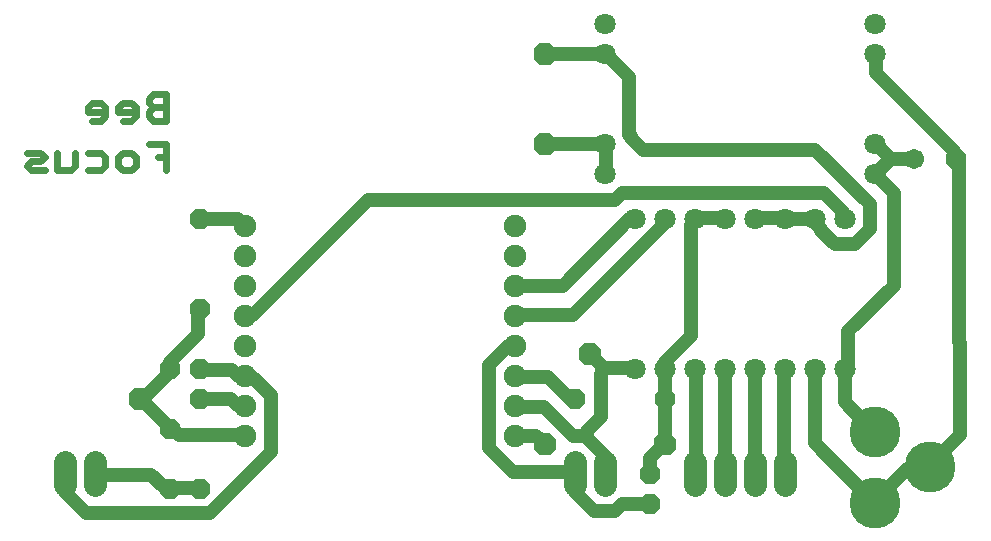
<source format=gbr>
G04 EAGLE Gerber X2 export*
%TF.Part,Single*%
%TF.FileFunction,Copper,L2,Bot,Mixed*%
%TF.FilePolarity,Positive*%
%TF.GenerationSoftware,Autodesk,EAGLE,9.1.0*%
%TF.CreationDate,2018-11-27T10:29:58Z*%
G75*
%MOMM*%
%FSLAX34Y34*%
%LPD*%
%AMOC8*
5,1,8,0,0,1.08239X$1,22.5*%
G01*
%ADD10C,0.558800*%
%ADD11C,1.800000*%
%ADD12C,1.916000*%
%ADD13P,1.853918X8X22.500000*%
%ADD14C,1.712800*%
%ADD15C,4.318000*%
%ADD16P,1.853918X8X112.500000*%
%ADD17P,2.073859X8X22.500000*%
%ADD18P,1.853918X8X292.500000*%
%ADD19P,1.853918X8X202.500000*%
%ADD20C,1.900000*%
%ADD21C,1.200000*%


D10*
X124206Y349594D02*
X124206Y372025D01*
X112990Y372025D01*
X109252Y368287D01*
X109252Y364548D01*
X112990Y360810D01*
X109252Y357071D01*
X109252Y353333D01*
X112990Y349594D01*
X124206Y349594D01*
X124206Y360810D02*
X112990Y360810D01*
X94685Y349594D02*
X87208Y349594D01*
X94685Y349594D02*
X98424Y353333D01*
X98424Y360810D01*
X94685Y364548D01*
X87208Y364548D01*
X83470Y360810D01*
X83470Y357071D01*
X98424Y357071D01*
X68903Y349594D02*
X61426Y349594D01*
X68903Y349594D02*
X72642Y353333D01*
X72642Y360810D01*
X68903Y364548D01*
X61426Y364548D01*
X57688Y360810D01*
X57688Y357071D01*
X72642Y357071D01*
X124206Y330025D02*
X124206Y307594D01*
X124206Y330025D02*
X109252Y330025D01*
X116729Y318810D02*
X124206Y318810D01*
X94685Y307594D02*
X87208Y307594D01*
X83470Y311333D01*
X83470Y318810D01*
X87208Y322548D01*
X94685Y322548D01*
X98424Y318810D01*
X98424Y311333D01*
X94685Y307594D01*
X68903Y322548D02*
X57688Y322548D01*
X68903Y322548D02*
X72642Y318810D01*
X72642Y311333D01*
X68903Y307594D01*
X57688Y307594D01*
X46860Y311333D02*
X46860Y322548D01*
X46860Y311333D02*
X43121Y307594D01*
X31906Y307594D01*
X31906Y322548D01*
X21078Y307594D02*
X9862Y307594D01*
X6124Y311333D01*
X9862Y315071D01*
X17339Y315071D01*
X21078Y318810D01*
X17339Y322548D01*
X6124Y322548D01*
D11*
X698500Y266700D03*
X673100Y266700D03*
X647700Y266700D03*
X622300Y266700D03*
X596900Y266700D03*
X571500Y266700D03*
X546100Y266700D03*
X520700Y266700D03*
X520700Y139700D03*
X546100Y139700D03*
X571500Y139700D03*
X596900Y139700D03*
X622300Y139700D03*
X647700Y139700D03*
X673100Y139700D03*
X698500Y139700D03*
D12*
X647700Y60380D02*
X647700Y41220D01*
X622300Y41220D02*
X622300Y60380D01*
X596900Y60380D02*
X596900Y41220D01*
X571500Y41220D02*
X571500Y60380D01*
X495300Y60380D02*
X495300Y41220D01*
X469900Y41220D02*
X469900Y60380D01*
X63500Y60380D02*
X63500Y41220D01*
X38100Y41220D02*
X38100Y60380D01*
D13*
X792480Y317500D03*
D14*
X756920Y317500D03*
D15*
X723900Y86200D03*
X723900Y26200D03*
X770900Y56200D03*
D16*
X533400Y25400D03*
X533400Y50800D03*
D17*
X444500Y76200D03*
X444500Y330200D03*
X546100Y76200D03*
D16*
X152400Y38100D03*
X152400Y114300D03*
X152400Y190500D03*
X152400Y266700D03*
D13*
X469900Y114300D03*
X546100Y114300D03*
D17*
X101600Y114300D03*
D18*
X127000Y88900D03*
X127000Y38100D03*
D17*
X482600Y152400D03*
X444500Y406400D03*
D19*
X152400Y139700D03*
X127000Y139700D03*
D11*
X723900Y431800D03*
X723900Y406400D03*
X723900Y330200D03*
X495300Y431800D03*
X495300Y406400D03*
X495300Y304800D03*
X495300Y330200D03*
X723900Y304800D03*
D20*
X190500Y107950D03*
X190500Y133350D03*
X190500Y158750D03*
X190500Y184150D03*
X190500Y209550D03*
X190500Y234950D03*
X190500Y260350D03*
X419100Y107950D03*
X419100Y133350D03*
X419100Y158750D03*
X419100Y184150D03*
X419100Y209550D03*
X419100Y234950D03*
X419100Y260350D03*
X190500Y82550D03*
X419100Y82550D03*
D21*
X647500Y51250D02*
X647500Y138750D01*
X647700Y139700D01*
X647500Y51250D02*
X647700Y50800D01*
X622500Y51250D02*
X622500Y138750D01*
X622300Y139700D01*
X622500Y51250D02*
X622300Y50800D01*
X597500Y51250D02*
X597500Y138750D01*
X596900Y139700D01*
X597500Y51250D02*
X596900Y50800D01*
X572500Y51250D02*
X572500Y138750D01*
X571500Y139700D01*
X572500Y51250D02*
X571500Y50800D01*
X737500Y317500D02*
X756920Y317500D01*
X737500Y317500D02*
X725000Y330000D01*
X723900Y330200D01*
X737500Y317500D02*
X725000Y305000D01*
X723900Y304800D01*
X698750Y138750D02*
X698750Y111250D01*
X723750Y86250D01*
X698750Y138750D02*
X698500Y139700D01*
X723750Y86250D02*
X723900Y86200D01*
X740000Y288750D02*
X728750Y300000D01*
X740000Y288750D02*
X740000Y210000D01*
X701250Y171250D01*
X701250Y145000D01*
X728750Y300000D02*
X723900Y304800D01*
X701250Y145000D02*
X698500Y139700D01*
X545000Y261250D02*
X545000Y266250D01*
X545000Y261250D02*
X468750Y185000D01*
X420000Y185000D01*
X545000Y266250D02*
X546100Y266700D01*
X420000Y185000D02*
X419100Y184150D01*
X510000Y25000D02*
X532500Y25000D01*
X510000Y25000D02*
X503750Y18750D01*
X486250Y18750D01*
X470000Y35000D01*
X470000Y50000D01*
X532500Y25000D02*
X533400Y25400D01*
X470000Y50000D02*
X469900Y50800D01*
X419100Y158750D02*
X413750Y158750D01*
X397500Y142500D01*
X397500Y72500D01*
X417500Y52500D01*
X463750Y52500D01*
X469900Y50800D01*
X516250Y266250D02*
X520000Y266250D01*
X516250Y266250D02*
X460000Y210000D01*
X420000Y210000D01*
X520000Y266250D02*
X520700Y266700D01*
X420000Y210000D02*
X419100Y209550D01*
X572500Y267500D02*
X596250Y267500D01*
X572500Y267500D02*
X571500Y266700D01*
X596250Y267500D02*
X596900Y266700D01*
X546250Y138750D02*
X546250Y115000D01*
X546100Y114300D01*
X546250Y138750D02*
X546100Y139700D01*
X533750Y63750D02*
X533750Y51250D01*
X533750Y63750D02*
X545000Y75000D01*
X533750Y51250D02*
X533400Y50800D01*
X545000Y75000D02*
X546100Y76200D01*
X546250Y81250D02*
X546250Y108750D01*
X546100Y114300D01*
X546250Y81250D02*
X546100Y76200D01*
X568750Y167500D02*
X568750Y261250D01*
X568750Y167500D02*
X546250Y145000D01*
X568750Y261250D02*
X571500Y266700D01*
X546250Y145000D02*
X546100Y139700D01*
X791250Y317500D02*
X791250Y323750D01*
X725000Y390000D01*
X725000Y406250D01*
X791250Y317500D02*
X792480Y317500D01*
X725000Y406250D02*
X723900Y406400D01*
X673750Y138750D02*
X673750Y76250D01*
X723750Y26250D01*
X673750Y138750D02*
X673100Y139700D01*
X723750Y26250D02*
X723900Y26200D01*
X751250Y55000D02*
X770000Y55000D01*
X751250Y55000D02*
X727500Y31250D01*
X770000Y55000D02*
X770900Y56200D01*
X727500Y31250D02*
X723900Y26200D01*
X795000Y162500D02*
X795000Y312500D01*
X795000Y162500D02*
X796250Y161250D01*
X796250Y83750D01*
X773750Y61250D01*
X795000Y312500D02*
X792480Y317500D01*
X773750Y61250D02*
X770900Y56200D01*
X468750Y115000D02*
X465000Y115000D01*
X447500Y132500D01*
X420000Y132500D01*
X468750Y115000D02*
X469900Y114300D01*
X420000Y132500D02*
X419100Y133350D01*
X126250Y90000D02*
X102500Y113750D01*
X126250Y90000D02*
X127000Y88900D01*
X102500Y113750D02*
X101600Y114300D01*
X126250Y136250D02*
X126250Y138750D01*
X126250Y136250D02*
X107500Y117500D01*
X126250Y138750D02*
X127000Y139700D01*
X107500Y117500D02*
X101600Y114300D01*
X151250Y168750D02*
X151250Y190000D01*
X151250Y168750D02*
X127500Y145000D01*
X151250Y190000D02*
X152400Y190500D01*
X127500Y145000D02*
X127000Y139700D01*
X135000Y83750D02*
X190000Y83750D01*
X135000Y83750D02*
X132500Y86250D01*
X190000Y83750D02*
X190500Y82550D01*
X132500Y86250D02*
X127000Y88900D01*
X496250Y305000D02*
X496250Y330000D01*
X496250Y305000D02*
X495300Y304800D01*
X496250Y330000D02*
X495300Y330200D01*
X490000Y330000D02*
X445000Y330000D01*
X444500Y330200D01*
X490000Y330000D02*
X495300Y330200D01*
X180000Y138750D02*
X152500Y138750D01*
X180000Y138750D02*
X185000Y133750D01*
X190000Y133750D01*
X152500Y138750D02*
X152400Y139700D01*
X190000Y133750D02*
X190500Y133350D01*
X38750Y50000D02*
X38750Y35000D01*
X56250Y17500D01*
X161250Y17500D01*
X212500Y68750D01*
X212500Y117500D01*
X196250Y133750D01*
X38750Y50000D02*
X38100Y50800D01*
X190500Y133350D02*
X196250Y133750D01*
X185000Y266250D02*
X152500Y266250D01*
X185000Y266250D02*
X190000Y261250D01*
X152500Y266250D02*
X152400Y266700D01*
X190000Y261250D02*
X190500Y260350D01*
X178750Y113750D02*
X152500Y113750D01*
X178750Y113750D02*
X183750Y108750D01*
X190000Y108750D01*
X152500Y113750D02*
X152400Y114300D01*
X190000Y108750D02*
X190500Y107950D01*
X151250Y38750D02*
X127500Y38750D01*
X127000Y38100D01*
X151250Y38750D02*
X152400Y38100D01*
X111250Y50000D02*
X63750Y50000D01*
X111250Y50000D02*
X121250Y40000D01*
X63750Y50000D02*
X63500Y50800D01*
X121250Y40000D02*
X127000Y38100D01*
X697500Y267500D02*
X697500Y272500D01*
X681250Y288750D01*
X510000Y288750D01*
X503750Y282500D01*
X295000Y282500D01*
X197500Y185000D01*
X191250Y185000D01*
X697500Y267500D02*
X698500Y266700D01*
X191250Y185000D02*
X190500Y184150D01*
X495000Y140000D02*
X520000Y140000D01*
X495000Y140000D02*
X482600Y152400D01*
X520000Y140000D02*
X520700Y139700D01*
X443750Y107500D02*
X420000Y107500D01*
X443750Y107500D02*
X468750Y82500D01*
X478750Y82500D01*
X495000Y66250D01*
X495000Y51250D01*
X420000Y107500D02*
X419100Y107950D01*
X495000Y51250D02*
X495300Y50800D01*
X492500Y98750D02*
X492500Y135000D01*
X492500Y98750D02*
X481250Y87500D01*
X492500Y135000D02*
X495000Y140000D01*
X481250Y87500D02*
X478750Y82500D01*
X437500Y82500D02*
X420000Y82500D01*
X437500Y82500D02*
X443750Y76250D01*
X420000Y82500D02*
X419100Y82550D01*
X443750Y76250D02*
X444500Y76200D01*
X622500Y267500D02*
X647500Y267500D01*
X622500Y267500D02*
X622300Y266700D01*
X647500Y267500D02*
X647700Y266700D01*
X653750Y266250D02*
X672500Y266250D01*
X673100Y266700D01*
X653750Y266250D02*
X647700Y266700D01*
X495000Y406250D02*
X445000Y406250D01*
X495000Y406250D02*
X495300Y406400D01*
X445000Y406250D02*
X444500Y406400D01*
X675000Y261250D02*
X678750Y257500D01*
X678750Y256250D01*
X690000Y245000D01*
X707500Y245000D01*
X720000Y257500D01*
X720000Y278750D01*
X673750Y325000D01*
X527500Y325000D01*
X517500Y335000D01*
X517500Y336250D01*
X516250Y337500D01*
X516250Y386250D01*
X500000Y402500D01*
X673100Y266700D02*
X675000Y261250D01*
X500000Y402500D02*
X495300Y406400D01*
M02*

</source>
